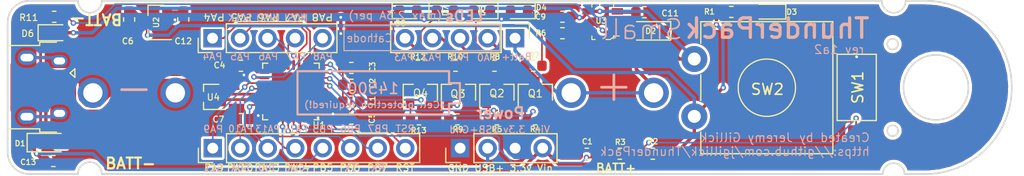
<source format=kicad_pcb>
(kicad_pcb (version 20171130) (host pcbnew "(5.1.5-0-10_14)")
  (layers (0 F.Cu signal) (31 B.Cu signal) (34 B.Paste user) (35 F.Paste user) (36 B.SilkS user) (37 F.SilkS user) (38 B.Mask user) (39 F.Mask user) (44 Edge.Cuts user))
  (net 0 "")
  (net 1 /BUTTON)
  (net 2 GND)
  (net 3 +3V3)
  (net 4 +BATT)
  (net 5 /VIN)
  (net 6 /VUSB)
  (net 7 "Net-(D3-Pad2)")
  (net 8 "Net-(D4-Pad1)")
  (net 9 "Net-(D5-Pad1)")
  (net 10 "Net-(D6-Pad1)")
  (net 11 "Net-(D7-Pad1)")
  (net 12 "Net-(D8-Pad1)")
  (net 13 /RESET)
  (net 14 /PB7)
  (net 15 /PB6)
  (net 16 /PA10)
  (net 17 /PA9)
  (net 18 /PA8)
  (net 19 /PA7)
  (net 20 /PA6)
  (net 21 /PA5)
  (net 22 /PA4)
  (net 23 /USB_D-)
  (net 24 /USB_D+)
  (net 25 "Net-(J6-Pad2)")
  (net 26 "Net-(J6-Pad3)")
  (net 27 "Net-(J6-Pad4)")
  (net 28 "Net-(J6-Pad5)")
  (net 29 /LED1)
  (net 30 /LED2)
  (net 31 /LED3)
  (net 32 /LED4)
  (net 33 "Net-(R2-Pad1)")
  (net 34 "Net-(R6-Pad1)")
  (net 35 "Net-(C2-Pad1)")
  (net 36 "Net-(D1-Pad2)")
  (net 37 /PB5)
  (net 38 /PA13)
  (net 39 /PA14)
  (net 40 "Net-(R11-Pad2)")
  (net 41 "Net-(J4-Pad4)")
  (net 42 "Net-(U1-Pad15)")
  (net 43 "Net-(U1-Pad14)")
  (net 44 "Net-(U1-Pad2)")
  (net 45 "Net-(U1-Pad1)")
  (module BatteryClips:MDP_BK-82_14500 (layer F.Cu) (at 91.875 100.5)
    (fp_text reference J2 hide)
    (fp_text value Battery hide)
    (fp_text user "(Cell protection required!)" (at 0.1 1.1) (layer B.SilkS) (effects (font (size 0.6 0.65) (thickness 0.1)) (justify mirror)))
    (fp_text user 14500 (at -0.025 -0.4) (layer B.SilkS) (effects (justify mirror)))
    (pad 2 thru_hole circle (at -18.28 0) (size 2.8 2.8) (drill 1.78) (layers *.Cu *.Mask) (net 2 GND))
    (pad 2 thru_hole circle (at -25.9 0) (size 2.8 2.8) (drill 1.78) (layers *.Cu *.Mask) (net 2 GND))
    (pad 1 thru_hole circle (at 25.9 0) (size 2.8 2.8) (drill 1.78) (layers *.Cu *.Mask) (net 4 +BATT))
    (pad 1 thru_hole circle (at 18.28 0) (size 2.8 2.8) (drill 1.78) (layers *.Cu *.Mask) (net 4 +BATT))
  )
  (module Symbol:OSHW-Symbol_6.7x6mm_SilkScreen (layer B.Cu) (at 127.8 99.725 180)
    (fp_text reference REF** hide)
    (fp_text value OSHW-Symbol_6.7x6mm_SilkScreen hide)
  )
  (module digikey-footprints:SOT-753 (layer F.Cu) (at 113.07 93.925 90)
    (fp_text reference U3 (at 0.075 -0.15 180) (layer F.SilkS) (effects (font (size 0.5 0.5) (thickness 0.1))))
    (fp_text value MCP73831T-2ACI_OT)
    (pad 5 smd rect (at -0.95 -1.35 90) (size 0.6 1.05) (layers F.Cu F.Paste F.Mask) (net 34 "Net-(R6-Pad1)"))
    (pad 4 smd rect (at 0.95 -1.35 90) (size 0.6 1.05) (layers F.Cu F.Paste F.Mask) (net 6 /VUSB))
    (pad 3 smd rect (at 0.95 1.35 90) (size 0.6 1.05) (layers F.Cu F.Paste F.Mask) (net 4 +BATT))
    (pad 2 smd rect (at 0 1.35 90) (size 0.6 1.05) (layers F.Cu F.Paste F.Mask) (net 2 GND))
    (pad 1 smd rect (at -0.95 1.35 90) (size 0.6 1.05) (layers F.Cu F.Paste F.Mask) (net 40 "Net-(R11-Pad2)"))
  )
  (module Package_DFN_QFN:QFN-32-1EP_5x5mm_P0.5mm_EP3.45x3.45mm (layer F.Cu) (at 84.27 100.375 180)
    (fp_text reference U1 (at -2.6 -3.125) (layer F.SilkS) (effects (font (size 0.6 0.6) (thickness 0.1))))
    (fp_text value STM32L072KZUx)
    (pad 32 smd roundrect (at -1.75 -2.4375 180) (size 0.25 0.875) (layers F.Cu F.Paste F.Mask) (net 3 +3V3))
    (pad 31 smd roundrect (at -1.25 -2.4375 180) (size 0.25 0.875) (layers F.Cu F.Paste F.Mask) (net 2 GND))
    (pad 30 smd roundrect (at -0.75 -2.4375 180) (size 0.25 0.875) (layers F.Cu F.Paste F.Mask) (net 1 /BUTTON))
    (pad 29 smd roundrect (at -0.25 -2.4375 180) (size 0.25 0.875) (layers F.Cu F.Paste F.Mask) (net 14 /PB7))
    (pad 28 smd roundrect (at 0.25 -2.4375 180) (size 0.25 0.875) (layers F.Cu F.Paste F.Mask) (net 15 /PB6))
    (pad 27 smd roundrect (at 0.75 -2.4375 180) (size 0.25 0.875) (layers F.Cu F.Paste F.Mask) (net 37 /PB5))
    (pad 26 smd roundrect (at 1.25 -2.4375 180) (size 0.25 0.875) (layers F.Cu F.Paste F.Mask) (net 1 /BUTTON))
    (pad 25 smd roundrect (at 1.75 -2.4375 180) (size 0.25 0.875) (layers F.Cu F.Paste F.Mask) (net 39 /PA14))
    (pad 24 smd roundrect (at 2.4375 -1.75 180) (size 0.875 0.25) (layers F.Cu F.Paste F.Mask) (net 3 +3V3))
    (pad 23 smd roundrect (at 2.4375 -1.25 180) (size 0.875 0.25) (layers F.Cu F.Paste F.Mask) (net 38 /PA13))
    (pad 22 smd roundrect (at 2.4375 -0.75 180) (size 0.875 0.25) (layers F.Cu F.Paste F.Mask) (net 24 /USB_D+))
    (pad 21 smd roundrect (at 2.4375 -0.25 180) (size 0.875 0.25) (layers F.Cu F.Paste F.Mask) (net 23 /USB_D-))
    (pad 20 smd roundrect (at 2.4375 0.25 180) (size 0.875 0.25) (layers F.Cu F.Paste F.Mask) (net 16 /PA10))
    (pad 19 smd roundrect (at 2.4375 0.75 180) (size 0.875 0.25) (layers F.Cu F.Paste F.Mask) (net 17 /PA9))
    (pad 18 smd roundrect (at 2.4375 1.25 180) (size 0.875 0.25) (layers F.Cu F.Paste F.Mask) (net 18 /PA8))
    (pad 17 smd roundrect (at 2.4375 1.75 180) (size 0.875 0.25) (layers F.Cu F.Paste F.Mask) (net 3 +3V3))
    (pad 16 smd roundrect (at 1.75 2.4375 180) (size 0.25 0.875) (layers F.Cu F.Paste F.Mask) (net 2 GND))
    (pad 15 smd roundrect (at 1.25 2.4375 180) (size 0.25 0.875) (layers F.Cu F.Paste F.Mask) (net 42 "Net-(U1-Pad15)"))
    (pad 14 smd roundrect (at 0.75 2.4375 180) (size 0.25 0.875) (layers F.Cu F.Paste F.Mask) (net 43 "Net-(U1-Pad14)"))
    (pad 13 smd roundrect (at 0.25 2.4375 180) (size 0.25 0.875) (layers F.Cu F.Paste F.Mask) (net 19 /PA7))
    (pad 12 smd roundrect (at -0.25 2.4375 180) (size 0.25 0.875) (layers F.Cu F.Paste F.Mask) (net 20 /PA6))
    (pad 11 smd roundrect (at -0.75 2.4375 180) (size 0.25 0.875) (layers F.Cu F.Paste F.Mask) (net 21 /PA5))
    (pad 10 smd roundrect (at -1.25 2.4375 180) (size 0.25 0.875) (layers F.Cu F.Paste F.Mask) (net 22 /PA4))
    (pad 9 smd roundrect (at -1.75 2.4375 180) (size 0.25 0.875) (layers F.Cu F.Paste F.Mask) (net 32 /LED4))
    (pad 8 smd roundrect (at -2.4375 1.75 180) (size 0.875 0.25) (layers F.Cu F.Paste F.Mask) (net 31 /LED3))
    (pad 7 smd roundrect (at -2.4375 1.25 180) (size 0.875 0.25) (layers F.Cu F.Paste F.Mask) (net 30 /LED2))
    (pad 6 smd roundrect (at -2.4375 0.75 180) (size 0.875 0.25) (layers F.Cu F.Paste F.Mask) (net 29 /LED1))
    (pad 5 smd roundrect (at -2.4375 0.25 180) (size 0.875 0.25) (layers F.Cu F.Paste F.Mask) (net 35 "Net-(C2-Pad1)"))
    (pad 4 smd roundrect (at -2.4375 -0.25 180) (size 0.875 0.25) (layers F.Cu F.Paste F.Mask) (net 2 GND))
    (pad 3 smd roundrect (at -2.4375 -0.75 180) (size 0.875 0.25) (layers F.Cu F.Paste F.Mask) (net 13 /RESET))
    (pad 2 smd roundrect (at -2.4375 -1.25 180) (size 0.875 0.25) (layers F.Cu F.Paste F.Mask) (net 44 "Net-(U1-Pad2)"))
    (pad 1 smd roundrect (at -2.4375 -1.75 180) (size 0.875 0.25) (layers F.Cu F.Paste F.Mask) (net 45 "Net-(U1-Pad1)"))
    (pad 33 smd roundrect (at 0 0 180) (size 3.45 3.45) (layers F.Cu F.Mask) (roundrect_rratio 0.072464) (net 2 GND))
  )
  (module Resistor_SMD:R_0603_1608Metric (layer F.Cu) (at 109.35 94.995 180)
    (fp_text reference R6 (at 2 0.02) (layer F.SilkS) (effects (font (size 0.5 0.5) (thickness 0.1))))
    (fp_text value 675)
    (pad 2 smd roundrect (at 0.7875 0 180) (size 0.875 0.95) (layers F.Cu F.Paste F.Mask) (net 2 GND))
    (pad 1 smd roundrect (at -0.7875 0 180) (size 0.875 0.95) (layers F.Cu F.Paste F.Mask) (net 34 "Net-(R6-Pad1)"))
  )
  (module LED_SMD:LED_0603_1608Metric (layer F.Cu) (at 62.4 94.95)
    (fp_text reference D6 (at -2.45 0.075) (layer F.SilkS) (effects (font (size 0.6 0.6) (thickness 0.1))))
    (fp_text value LED)
    (pad 2 smd roundrect (at 0.7875 0) (size 0.875 0.95) (layers F.Cu F.Paste F.Mask) (net 6 /VUSB))
    (pad 1 smd roundrect (at -0.7875 0) (size 0.875 0.95) (layers F.Cu F.Paste F.Mask) (net 10 "Net-(D6-Pad1)"))
  )
  (module Resistor_SMD:R_0603_1608Metric (layer F.Cu) (at 62.4 93.475)
    (fp_text reference R11 (at -2.35 0.075) (layer F.SilkS) (effects (font (size 0.6 0.6) (thickness 0.1))))
    (fp_text value 330)
    (pad 2 smd roundrect (at 0.7875 0) (size 0.875 0.95) (layers F.Cu F.Paste F.Mask) (net 40 "Net-(R11-Pad2)"))
    (pad 1 smd roundrect (at -0.7875 0) (size 0.875 0.95) (layers F.Cu F.Paste F.Mask) (net 10 "Net-(D6-Pad1)"))
  )
  (module Capacitor_SMD:C_0603_1608Metric (layer F.Cu) (at 116.925 93.05)
    (fp_text reference C11 (at 2.375 0.1) (layer F.SilkS) (effects (font (size 0.55 0.55) (thickness 0.1))))
    (fp_text value 4.7uF)
    (pad 1 smd roundrect (at -0.7875 0) (size 0.875 0.95) (layers F.Cu F.Paste F.Mask) (net 4 +BATT))
    (pad 2 smd roundrect (at 0.7875 0) (size 0.875 0.95) (layers F.Cu F.Paste F.Mask) (net 2 GND))
  )
  (module Capacitor_SMD:C_0603_1608Metric (layer F.Cu) (at 109.35 93.47 180)
    (fp_text reference C9 (at 2.025 -0.005) (layer F.SilkS) (effects (font (size 0.5 0.5) (thickness 0.1))))
    (fp_text value 4.7uF)
    (pad 1 smd roundrect (at -0.7875 0 180) (size 0.875 0.95) (layers F.Cu F.Paste F.Mask) (net 6 /VUSB))
    (pad 2 smd roundrect (at 0.7875 0 180) (size 0.875 0.95) (layers F.Cu F.Paste F.Mask) (net 2 GND))
  )
  (module Package_TO_SOT_SMD:SOT-323_SC-70 (layer F.Cu) (at 76.925 100.875 180)
    (fp_text reference U4 (at -0.18 -0.025) (layer F.SilkS) (effects (font (size 0.6 0.6) (thickness 0.1))))
    (fp_text value ESD7002WTT1G)
    (pad 1 smd rect (at -1 -0.65 90) (size 0.45 0.7) (layers F.Cu F.Paste F.Mask) (net 24 /USB_D+))
    (pad 2 smd rect (at -1 0.65 90) (size 0.45 0.7) (layers F.Cu F.Paste F.Mask) (net 23 /USB_D-))
    (pad 3 smd rect (at 1 0 90) (size 0.45 0.7) (layers F.Cu F.Paste F.Mask) (net 2 GND))
  )
  (module Capacitor_SMD:C_0603_1608Metric (layer F.Cu) (at 62.325 106.8 180)
    (fp_text reference C13 (at 2.325 -0.1) (layer F.SilkS) (effects (font (size 0.5 0.5) (thickness 0.1))))
    (fp_text value 1uf)
    (pad 2 smd roundrect (at 0.7875 0 180) (size 0.875 0.95) (layers F.Cu F.Paste F.Mask) (net 6 /VUSB))
    (pad 1 smd roundrect (at -0.7875 0 180) (size 0.875 0.95) (layers F.Cu F.Paste F.Mask) (net 2 GND))
  )
  (module Capacitor_SMD:C_0603_1608Metric (layer F.Cu) (at 74.325 93.725 270)
    (fp_text reference C12 (at 2 0 180) (layer F.SilkS) (effects (font (size 0.55 0.55) (thickness 0.1))))
    (fp_text value 2.2uF)
    (pad 2 smd roundrect (at 0.7875 0 270) (size 0.875 0.95) (layers F.Cu F.Paste F.Mask) (net 2 GND))
    (pad 1 smd roundrect (at -0.7875 0 270) (size 0.875 0.95) (layers F.Cu F.Paste F.Mask) (net 3 +3V3))
  )
  (module Capacitor_SMD:C_0603_1608Metric (layer F.Cu) (at 69.325 93.725 270)
    (fp_text reference C6 (at 2 0.125 180) (layer F.SilkS) (effects (font (size 0.55 0.55) (thickness 0.1))))
    (fp_text value 1uf)
    (pad 2 smd roundrect (at 0.7875 0 270) (size 0.875 0.95) (layers F.Cu F.Paste F.Mask) (net 2 GND))
    (pad 1 smd roundrect (at -0.7875 0 270) (size 0.875 0.95) (layers F.Cu F.Paste F.Mask) (net 5 /VIN))
  )
  (module Connector_PinHeader_2.54mm:PinHeader_1x08_P2.54mm_Vertical (layer F.Cu) (at 77.05 105.61 90)
    (fp_text reference J7 hide)
    (fp_text value GPIO)
    (pad 8 thru_hole oval (at 0 17.78 90) (size 1.7 1.7) (drill 1) (layers *.Cu *.Mask) (net 13 /RESET))
    (pad 7 thru_hole oval (at 0 15.24 90) (size 1.7 1.7) (drill 1) (layers *.Cu *.Mask) (net 14 /PB7))
    (pad 6 thru_hole oval (at 0 12.7 90) (size 1.7 1.7) (drill 1) (layers *.Cu *.Mask) (net 15 /PB6))
    (pad 5 thru_hole oval (at 0 10.16 90) (size 1.7 1.7) (drill 1) (layers *.Cu *.Mask) (net 37 /PB5))
    (pad 4 thru_hole oval (at 0 7.62 90) (size 1.7 1.7) (drill 1) (layers *.Cu *.Mask) (net 39 /PA14))
    (pad 3 thru_hole oval (at 0 5.08 90) (size 1.7 1.7) (drill 1) (layers *.Cu *.Mask) (net 38 /PA13))
    (pad 2 thru_hole oval (at 0 2.54 90) (size 1.7 1.7) (drill 1) (layers *.Cu *.Mask) (net 16 /PA10))
    (pad 1 thru_hole rect (at 0 0 90) (size 1.7 1.7) (drill 1) (layers *.Cu *.Mask) (net 17 /PA9))
  )
  (module Connector_PinHeader_2.54mm:PinHeader_1x04_P2.54mm_Vertical (layer F.Cu) (at 99.9 105.61 90)
    (fp_text reference J5 hide)
    (fp_text value Power)
    (pad 1 thru_hole rect (at 0 0 90) (size 1.7 1.7) (drill 1) (layers *.Cu *.Mask) (net 2 GND))
    (pad 2 thru_hole oval (at 0 2.54 90) (size 1.7 1.7) (drill 1) (layers *.Cu *.Mask) (net 6 /VUSB))
    (pad 3 thru_hole oval (at 0 5.08 90) (size 1.7 1.7) (drill 1) (layers *.Cu *.Mask) (net 3 +3V3))
    (pad 4 thru_hole oval (at 0 7.62 90) (size 1.7 1.7) (drill 1) (layers *.Cu *.Mask) (net 5 /VIN))
  )
  (module Capacitor_SMD:C_0603_1608Metric (layer F.Cu) (at 79.65 98 180)
    (fp_text reference C4 (at 1.975 0.05) (layer F.SilkS) (effects (font (size 0.55 0.55) (thickness 0.1))))
    (fp_text value 100nf)
    (pad 1 smd roundrect (at -0.7875 0 180) (size 0.875 0.95) (layers F.Cu F.Paste F.Mask) (net 3 +3V3))
    (pad 2 smd roundrect (at 0.7875 0 180) (size 0.875 0.95) (layers F.Cu F.Paste F.Mask) (net 2 GND))
  )
  (module Capacitor_SMD:C_0603_1608Metric (layer F.Cu) (at 79.65 102.925 180)
    (fp_text reference C7 (at 2.075 -0.025 180) (layer F.SilkS) (effects (font (size 0.55 0.55) (thickness 0.1))))
    (fp_text value 4.7uF)
    (pad 2 smd roundrect (at 0.7875 0 180) (size 0.875 0.95) (layers F.Cu F.Paste F.Mask) (net 2 GND))
    (pad 1 smd roundrect (at -0.7875 0 180) (size 0.875 0.95) (layers F.Cu F.Paste F.Mask) (net 3 +3V3))
  )
  (module Package_TO_SOT_SMD:SOT-23 (layer F.Cu) (at 71.825 94 180)
    (fp_text reference U2 (at 0 0 90) (layer F.SilkS) (effects (font (size 0.5 0.5) (thickness 0.1))))
    (fp_text value AP2210N-3.3TRG1)
    (pad 1 smd rect (at -1 -0.95 180) (size 0.9 0.8) (layers F.Cu F.Paste F.Mask) (net 2 GND))
    (pad 2 smd rect (at -1 0.95 180) (size 0.9 0.8) (layers F.Cu F.Paste F.Mask) (net 3 +3V3))
    (pad 3 smd rect (at 1 0 180) (size 0.9 0.8) (layers F.Cu F.Paste F.Mask) (net 5 /VIN))
  )
  (module Jeremy:USB_Micro-B_Amphenol_10103594-0001LF_Horizontal (layer F.Cu) (at 61 100 270)
    (fp_text reference J4 hide)
    (fp_text value USB_B_Micro)
    (pad 6 smd rect (at 0 1.385) (size 2.5 4.4) (layers F.Cu F.Paste F.Mask) (net 2 GND))
    (pad 6 thru_hole oval (at 2.705 1.115) (size 1.7 1.35) (drill oval 1.2 0.7) (layers *.Cu *.Mask) (net 2 GND))
    (pad 6 thru_hole oval (at -2.755 1.115) (size 1.7 1.35) (drill oval 1.2 0.7) (layers *.Cu *.Mask) (net 2 GND))
    (pad 6 thru_hole oval (at 2.395 -1.885) (size 1.5 1.1) (drill oval 1.05 0.65) (layers *.Cu *.Mask) (net 2 GND))
    (pad 6 thru_hole oval (at -2.445 -1.885) (size 1.5 1.1) (drill oval 1.05 0.65) (layers *.Cu *.Mask) (net 2 GND))
    (pad 5 smd rect (at 1.275 -1.765) (size 1.65 0.4) (layers F.Cu F.Paste F.Mask) (net 2 GND))
    (pad 4 smd rect (at 0.625 -1.765) (size 1.65 0.4) (layers F.Cu F.Paste F.Mask) (net 41 "Net-(J4-Pad4)"))
    (pad 3 smd rect (at -0.025 -1.765) (size 1.65 0.4) (layers F.Cu F.Paste F.Mask) (net 24 /USB_D+))
    (pad 2 smd rect (at -0.675 -1.765) (size 1.65 0.4) (layers F.Cu F.Paste F.Mask) (net 23 /USB_D-))
    (pad 1 smd rect (at -1.325 -1.765) (size 1.65 0.4) (layers F.Cu F.Paste F.Mask) (net 36 "Net-(D1-Pad2)"))
    (pad 6 smd rect (at 2.875 -1.885 270) (size 2 1.5) (layers F.Cu F.Paste F.Mask) (net 2 GND))
    (pad 6 smd rect (at -2.875 -1.865 270) (size 2 1.5) (layers F.Cu F.Paste F.Mask) (net 2 GND))
  )
  (module Button_Switch_THT:SW_CW_GPTS203211B (layer F.Cu) (at 121.53 97.375)
    (fp_text reference SW2 (at 6.75 2.8) (layer F.SilkS))
    (fp_text value Power)
    (pad 2 thru_hole circle (at 0 5.3) (size 2.4 2.4) (drill 1.2) (layers *.Cu *.Mask) (net 5 /VIN))
    (pad 1 thru_hole circle (at 0 0) (size 2.4 2.4) (drill 1.2) (layers *.Cu *.Mask) (net 6 /VUSB))
  )
  (module Button_Switch_SMD:SW_SPST_FSMSM (layer F.Cu) (at 136.53 100 270)
    (fp_text reference SW1 (at 0 -0.1 90) (layer F.SilkS))
    (fp_text value Mode)
    (pad 2 smd rect (at 4.59 0 270) (size 2.18 1.6) (layers F.Cu F.Paste F.Mask) (net 33 "Net-(R2-Pad1)"))
    (pad 1 smd rect (at -4.59 0 270) (size 2.18 1.6) (layers F.Cu F.Paste F.Mask) (net 3 +3V3))
  )
  (module Diode_SMD:D_SOD-323_HandSoldering (layer F.Cu) (at 61.8 105.1)
    (fp_text reference D1 (at -2.55 0.075) (layer F.SilkS) (effects (font (size 0.5 0.5) (thickness 0.1))))
    (fp_text value 20V2A)
    (pad 2 smd rect (at 1.25 0) (size 1 1) (layers F.Cu F.Paste F.Mask) (net 36 "Net-(D1-Pad2)"))
    (pad 1 smd rect (at -1.25 0) (size 1 1) (layers F.Cu F.Paste F.Mask) (net 6 /VUSB))
  )
  (module Diode_SMD:D_SOD-323_HandSoldering (layer F.Cu) (at 117.45 94.775 180)
    (fp_text reference D2 (at -0.05 -0.025) (layer F.SilkS) (effects (font (size 0.5 0.5) (thickness 0.1))))
    (fp_text value 20V2A)
    (pad 1 smd rect (at -1.25 0 180) (size 1 1) (layers F.Cu F.Paste F.Mask) (net 6 /VUSB))
    (pad 2 smd rect (at 1.25 0 180) (size 1 1) (layers F.Cu F.Paste F.Mask) (net 4 +BATT))
  )
  (module LED_SMD:LED_0603_1608Metric (layer F.Cu) (at 95.105 92.915)
    (fp_text reference D8 (at -0.71 1.16) (layer F.SilkS) (effects (font (size 0.5 0.5) (thickness 0.1))))
    (fp_text value LED)
    (pad 1 smd roundrect (at -0.7875 0) (size 0.875 0.95) (layers F.Cu F.Paste F.Mask) (net 12 "Net-(D8-Pad1)"))
    (pad 2 smd roundrect (at 0.7875 0) (size 0.875 0.95) (layers F.Cu F.Paste F.Mask) (net 3 +3V3))
  )
  (module LED_SMD:LED_0603_1608Metric (layer F.Cu) (at 98.505 92.915)
    (fp_text reference D7 (at 0.04 0.01 90) (layer F.SilkS) (effects (font (size 0.5 0.5) (thickness 0.1))))
    (fp_text value LED)
    (pad 2 smd roundrect (at 0.7875 0) (size 0.875 0.95) (layers F.Cu F.Paste F.Mask) (net 3 +3V3))
    (pad 1 smd roundrect (at -0.7875 0) (size 0.875 0.95) (layers F.Cu F.Paste F.Mask) (net 11 "Net-(D7-Pad1)"))
  )
  (module LED_SMD:LED_0603_1608Metric (layer F.Cu) (at 101.905 92.915 180)
    (fp_text reference D5 (at -0.04 -0.01 90) (layer F.SilkS) (effects (font (size 0.5 0.5) (thickness 0.1))))
    (fp_text value LED)
    (pad 1 smd roundrect (at -0.7875 0 180) (size 0.875 0.95) (layers F.Cu F.Paste F.Mask) (net 9 "Net-(D5-Pad1)"))
    (pad 2 smd roundrect (at 0.7875 0 180) (size 0.875 0.95) (layers F.Cu F.Paste F.Mask) (net 3 +3V3))
  )
  (module LED_SMD:LED_0603_1608Metric (layer F.Cu) (at 105.345 92.915 180)
    (fp_text reference D4 (at -2.055 0.29) (layer F.SilkS) (effects (font (size 0.5 0.5) (thickness 0.1))))
    (fp_text value LED)
    (pad 1 smd roundrect (at -0.7875 0 180) (size 0.875 0.95) (layers F.Cu F.Paste F.Mask) (net 8 "Net-(D4-Pad1)"))
    (pad 2 smd roundrect (at 0.7875 0 180) (size 0.875 0.95) (layers F.Cu F.Paste F.Mask) (net 3 +3V3))
  )
  (module Inductor_SMD:L_0603_1608Metric (layer F.Cu) (at 89.85 101.305)
    (fp_text reference L1 (at 1.95 -0.075 90) (layer F.SilkS) (effects (font (size 0.5 0.5) (thickness 0.1))))
    (fp_text value Bead)
    (pad 2 smd roundrect (at 0.7875 0) (size 0.875 0.95) (layers F.Cu F.Paste F.Mask) (net 3 +3V3))
    (pad 1 smd roundrect (at -0.7875 0) (size 0.875 0.95) (layers F.Cu F.Paste F.Mask) (net 35 "Net-(C2-Pad1)"))
  )
  (module Resistor_SMD:R_0603_1608Metric (layer F.Cu) (at 124.95 93.025 180)
    (fp_text reference R1 (at 2.025 0.025 180) (layer F.SilkS) (effects (font (size 0.5 0.5) (thickness 0.1))))
    (fp_text value 270)
    (pad 2 smd roundrect (at 0.7875 0 180) (size 0.875 0.95) (layers F.Cu F.Paste F.Mask) (net 5 /VIN))
    (pad 1 smd roundrect (at -0.7875 0 180) (size 0.875 0.95) (layers F.Cu F.Paste F.Mask) (net 7 "Net-(D3-Pad2)"))
  )
  (module Resistor_SMD:R_0603_1608Metric (layer F.Cu) (at 117.695 106.125)
    (fp_text reference R2 (at 0 -1.125) (layer F.SilkS) (effects (font (size 0.5 0.5) (thickness 0.1))))
    (fp_text value 20K)
    (pad 1 smd roundrect (at -0.7875 0) (size 0.875 0.95) (layers F.Cu F.Paste F.Mask) (net 33 "Net-(R2-Pad1)"))
    (pad 2 smd roundrect (at 0.7875 0) (size 0.875 0.95) (layers F.Cu F.Paste F.Mask) (net 2 GND))
  )
  (module Resistor_SMD:R_0603_1608Metric (layer F.Cu) (at 114.645 106.125 180)
    (fp_text reference R3 (at -0.05 1.075 180) (layer F.SilkS) (effects (font (size 0.5 0.5) (thickness 0.1))))
    (fp_text value 330)
    (pad 2 smd roundrect (at 0.7875 0 180) (size 0.875 0.95) (layers F.Cu F.Paste F.Mask) (net 1 /BUTTON))
    (pad 1 smd roundrect (at -0.7875 0 180) (size 0.875 0.95) (layers F.Cu F.Paste F.Mask) (net 33 "Net-(R2-Pad1)"))
  )
  (module Resistor_SMD:R_0603_1608Metric (layer F.Cu) (at 106.82 102.95)
    (fp_text reference R4 (at 0.025 0.9 180) (layer F.SilkS) (effects (font (size 0.5 0.5) (thickness 0.1))))
    (fp_text value 20k)
    (pad 2 smd roundrect (at 0.7875 0) (size 0.875 0.95) (layers F.Cu F.Paste F.Mask) (net 2 GND))
    (pad 1 smd roundrect (at -0.7875 0) (size 0.875 0.95) (layers F.Cu F.Paste F.Mask) (net 29 /LED1))
  )
  (module Resistor_SMD:R_0603_1608Metric (layer F.Cu) (at 103.295 102.95)
    (fp_text reference R5 (at 0 0.925 180) (layer F.SilkS) (effects (font (size 0.5 0.5) (thickness 0.1))))
    (fp_text value 20k)
    (pad 2 smd roundrect (at 0.7875 0) (size 0.875 0.95) (layers F.Cu F.Paste F.Mask) (net 2 GND))
    (pad 1 smd roundrect (at -0.7875 0) (size 0.875 0.95) (layers F.Cu F.Paste F.Mask) (net 30 /LED2))
  )
  (module Resistor_SMD:R_0603_1608Metric (layer F.Cu) (at 106.67 98 180)
    (fp_text reference R7 (at -0.075 0.975) (layer F.SilkS) (effects (font (size 0.5 0.5) (thickness 0.1))))
    (fp_text value 270)
    (pad 2 smd roundrect (at 0.7875 0 180) (size 0.875 0.95) (layers F.Cu F.Paste F.Mask) (net 25 "Net-(J6-Pad2)"))
    (pad 1 smd roundrect (at -0.7875 0 180) (size 0.875 0.95) (layers F.Cu F.Paste F.Mask) (net 8 "Net-(D4-Pad1)"))
  )
  (module Resistor_SMD:R_0603_1608Metric (layer F.Cu) (at 103.07 98 180)
    (fp_text reference R8 (at -0.025 0.825) (layer F.SilkS) (effects (font (size 0.5 0.5) (thickness 0.1))))
    (fp_text value 270)
    (pad 2 smd roundrect (at 0.7875 0 180) (size 0.875 0.95) (layers F.Cu F.Paste F.Mask) (net 26 "Net-(J6-Pad3)"))
    (pad 1 smd roundrect (at -0.7875 0 180) (size 0.875 0.95) (layers F.Cu F.Paste F.Mask) (net 9 "Net-(D5-Pad1)"))
  )
  (module Resistor_SMD:R_0603_1608Metric (layer F.Cu) (at 99.645 102.95)
    (fp_text reference R9 (at 0.05 0.925 180) (layer F.SilkS) (effects (font (size 0.5 0.5) (thickness 0.1))))
    (fp_text value 20k)
    (pad 2 smd roundrect (at 0.7875 0) (size 0.875 0.95) (layers F.Cu F.Paste F.Mask) (net 2 GND))
    (pad 1 smd roundrect (at -0.7875 0) (size 0.875 0.95) (layers F.Cu F.Paste F.Mask) (net 31 /LED3))
  )
  (module Resistor_SMD:R_0603_1608Metric (layer F.Cu) (at 99.47 98)
    (fp_text reference R10 (at -0.025 -0.825) (layer F.SilkS) (effects (font (size 0.5 0.5) (thickness 0.1))))
    (fp_text value 270)
    (pad 2 smd roundrect (at 0.7875 0) (size 0.875 0.95) (layers F.Cu F.Paste F.Mask) (net 27 "Net-(J6-Pad4)"))
    (pad 1 smd roundrect (at -0.7875 0) (size 0.875 0.95) (layers F.Cu F.Paste F.Mask) (net 11 "Net-(D7-Pad1)"))
  )
  (module Resistor_SMD:R_0603_1608Metric (layer F.Cu) (at 95.995 98)
    (fp_text reference R12 (at 0 -0.825 180) (layer F.SilkS) (effects (font (size 0.5 0.5) (thickness 0.1))))
    (fp_text value 270)
    (pad 2 smd roundrect (at 0.7875 0) (size 0.875 0.95) (layers F.Cu F.Paste F.Mask) (net 28 "Net-(J6-Pad5)"))
    (pad 1 smd roundrect (at -0.7875 0) (size 0.875 0.95) (layers F.Cu F.Paste F.Mask) (net 12 "Net-(D8-Pad1)"))
  )
  (module Resistor_SMD:R_0603_1608Metric (layer F.Cu) (at 96.095 102.95)
    (fp_text reference R13 (at -0.025 1.025 -180) (layer F.SilkS) (effects (font (size 0.5 0.5) (thickness 0.1))))
    (fp_text value 20k)
    (pad 2 smd roundrect (at 0.7875 0) (size 0.875 0.95) (layers F.Cu F.Paste F.Mask) (net 2 GND))
    (pad 1 smd roundrect (at -0.7875 0) (size 0.875 0.95) (layers F.Cu F.Paste F.Mask) (net 32 /LED4))
  )
  (module Capacitor_SMD:C_0603_1608Metric (layer F.Cu) (at 111.595 106.125 180)
    (fp_text reference C1 (at -0.05 1.125 180) (layer F.SilkS) (effects (font (size 0.5 0.5) (thickness 0.1))))
    (fp_text value 100nF)
    (pad 1 smd roundrect (at -0.7875 0 180) (size 0.875 0.95) (layers F.Cu F.Paste F.Mask) (net 1 /BUTTON))
    (pad 2 smd roundrect (at 0.7875 0 180) (size 0.875 0.95) (layers F.Cu F.Paste F.Mask) (net 2 GND))
  )
  (module Capacitor_SMD:C_0603_1608Metric (layer F.Cu) (at 89.85 99.755)
    (fp_text reference C2 (at 1.95 -0.125 90) (layer F.SilkS) (effects (font (size 0.5 0.5) (thickness 0.1))))
    (fp_text value 1uf)
    (pad 2 smd roundrect (at 0.7875 0) (size 0.875 0.95) (layers F.Cu F.Paste F.Mask) (net 2 GND))
    (pad 1 smd roundrect (at -0.7875 0) (size 0.875 0.95) (layers F.Cu F.Paste F.Mask) (net 35 "Net-(C2-Pad1)"))
  )
  (module Capacitor_SMD:C_0603_1608Metric (layer F.Cu) (at 89.85 98.2)
    (fp_text reference C3 (at 1.95 -0.075 90) (layer F.SilkS) (effects (font (size 0.5 0.5) (thickness 0.1))))
    (fp_text value 10nf)
    (pad 2 smd roundrect (at 0.7875 0) (size 0.875 0.95) (layers F.Cu F.Paste F.Mask) (net 2 GND))
    (pad 1 smd roundrect (at -0.7875 0) (size 0.875 0.95) (layers F.Cu F.Paste F.Mask) (net 35 "Net-(C2-Pad1)"))
  )
  (module Capacitor_SMD:C_0603_1608Metric (layer F.Cu) (at 89.85 102.88)
    (fp_text reference C5 (at 1.9 -0.03 270) (layer F.SilkS) (effects (font (size 0.5 0.5) (thickness 0.1))))
    (fp_text value 100nf)
    (pad 1 smd roundrect (at -0.7875 0) (size 0.875 0.95) (layers F.Cu F.Paste F.Mask) (net 3 +3V3))
    (pad 2 smd roundrect (at 0.7875 0) (size 0.875 0.95) (layers F.Cu F.Paste F.Mask) (net 2 GND))
  )
  (module Package_TO_SOT_SMD:SOT-23 (layer F.Cu) (at 106.845 100.47 90)
    (fp_text reference Q1 (at -0.1 0 180) (layer F.SilkS) (effects (font (size 0.7 0.7) (thickness 0.1))))
    (fp_text value BSS806N)
    (pad 3 smd rect (at 1 0 90) (size 0.9 0.8) (layers F.Cu F.Paste F.Mask) (net 25 "Net-(J6-Pad2)"))
    (pad 2 smd rect (at -1 0.95 90) (size 0.9 0.8) (layers F.Cu F.Paste F.Mask) (net 2 GND))
    (pad 1 smd rect (at -1 -0.95 90) (size 0.9 0.8) (layers F.Cu F.Paste F.Mask) (net 29 /LED1))
  )
  (module Package_TO_SOT_SMD:SOT-23 (layer F.Cu) (at 99.745 100.475 90)
    (fp_text reference Q3 (at -0.125 -0.05 180) (layer F.SilkS) (effects (font (size 0.7 0.7) (thickness 0.1))))
    (fp_text value BSS806N)
    (pad 3 smd rect (at 1 0 90) (size 0.9 0.8) (layers F.Cu F.Paste F.Mask) (net 27 "Net-(J6-Pad4)"))
    (pad 2 smd rect (at -1 0.95 90) (size 0.9 0.8) (layers F.Cu F.Paste F.Mask) (net 2 GND))
    (pad 1 smd rect (at -1 -0.95 90) (size 0.9 0.8) (layers F.Cu F.Paste F.Mask) (net 31 /LED3))
  )
  (module Package_TO_SOT_SMD:SOT-23 (layer F.Cu) (at 96.22 100.475 90)
    (fp_text reference Q4 (at -0.05 0.025) (layer F.SilkS) (effects (font (size 0.7 0.7) (thickness 0.1))))
    (fp_text value BSS806N)
    (pad 3 smd rect (at 1 0 90) (size 0.9 0.8) (layers F.Cu F.Paste F.Mask) (net 28 "Net-(J6-Pad5)"))
    (pad 2 smd rect (at -1 0.95 90) (size 0.9 0.8) (layers F.Cu F.Paste F.Mask) (net 2 GND))
    (pad 1 smd rect (at -1 -0.95 90) (size 0.9 0.8) (layers F.Cu F.Paste F.Mask) (net 32 /LED4))
  )
  (module LED_SMD:LED_0603_1608Metric_Castellated (layer F.Cu) (at 128.3 93 180)
    (fp_text reference D3 (at -2.225 -0.025 180) (layer F.SilkS) (effects (font (size 0.5 0.5) (thickness 0.1))))
    (fp_text value LED)
    (pad 2 smd roundrect (at 0.8125 0 180) (size 1.225 0.85) (layers F.Cu F.Paste F.Mask) (net 7 "Net-(D3-Pad2)"))
    (pad 1 smd roundrect (at -0.8125 0 180) (size 1.225 0.85) (layers F.Cu F.Paste F.Mask) (net 2 GND))
  )
  (module Package_TO_SOT_SMD:SOT-23 (layer F.Cu) (at 103.295 100.475 90)
    (fp_text reference Q2 (at -0.075 0 180) (layer F.SilkS) (effects (font (size 0.7 0.7) (thickness 0.1))))
    (fp_text value BSS806N)
    (pad 1 smd rect (at -1 -0.95 90) (size 0.9 0.8) (layers F.Cu F.Paste F.Mask) (net 30 /LED2))
    (pad 2 smd rect (at -1 0.95 90) (size 0.9 0.8) (layers F.Cu F.Paste F.Mask) (net 2 GND))
    (pad 3 smd rect (at 1 0 90) (size 0.9 0.8) (layers F.Cu F.Paste F.Mask) (net 26 "Net-(J6-Pad3)"))
  )
  (module Connector_PinHeader_2.54mm:PinHeader_1x05_P2.54mm_Vertical (layer F.Cu) (at 104.97 95.45 270)
    (fp_text reference J6 hide)
    (fp_text value LEDs)
    (pad 1 thru_hole rect (at 0 0 270) (size 1.7 1.7) (drill 1) (layers *.Cu *.Mask) (net 4 +BATT))
    (pad 2 thru_hole oval (at 0 2.54 270) (size 1.7 1.7) (drill 1) (layers *.Cu *.Mask) (net 25 "Net-(J6-Pad2)"))
    (pad 3 thru_hole oval (at 0 5.08 270) (size 1.7 1.7) (drill 1) (layers *.Cu *.Mask) (net 26 "Net-(J6-Pad3)"))
    (pad 4 thru_hole oval (at 0 7.62 270) (size 1.7 1.7) (drill 1) (layers *.Cu *.Mask) (net 27 "Net-(J6-Pad4)"))
    (pad 5 thru_hole oval (at 0 10.16 270) (size 1.7 1.7) (drill 1) (layers *.Cu *.Mask) (net 28 "Net-(J6-Pad5)"))
  )
  (module Connector_PinHeader_2.54mm:PinHeader_1x05_P2.54mm_Vertical (layer F.Cu) (at 77.03 95.45 90)
    (fp_text reference J3 hide)
    (fp_text value GPIO)
    (pad 1 thru_hole rect (at 0 0 90) (size 1.7 1.7) (drill 1) (layers *.Cu *.Mask) (net 22 /PA4))
    (pad 2 thru_hole oval (at 0 2.54 90) (size 1.7 1.7) (drill 1) (layers *.Cu *.Mask) (net 21 /PA5))
    (pad 3 thru_hole oval (at 0 5.08 90) (size 1.7 1.7) (drill 1) (layers *.Cu *.Mask) (net 20 /PA6))
    (pad 4 thru_hole oval (at 0 7.62 90) (size 1.7 1.7) (drill 1) (layers *.Cu *.Mask) (net 19 /PA7))
    (pad 5 thru_hole oval (at 0 10.16 90) (size 1.7 1.7) (drill 1) (layers *.Cu *.Mask) (net 18 /PA8))
  )
  (gr_text BATT+ (at 114.3 107.45) (layer F.SilkS) (effects (font (size 0.8 0.8))))
  (gr_text + (at 114.1 99.75) (layer B.SilkS) (effects (font (size 3 3) (thickness 0.25)) (justify mirror)))
  (gr_text - (at 69.775 99.975) (layer B.SilkS) (effects (font (size 3 3) (thickness 0.25)) (justify mirror)))
  (gr_line (start 142.849999 91.999845) (end 141.05 92) (layer Edge.Cuts) (width 0.15))
  (gr_arc (start 139.95 92) (end 138.85 92) (angle -180) (layer Edge.Cuts) (width 0.15))
  (gr_arc (start 139.95 108) (end 140.95 108) (angle -180) (layer Edge.Cuts) (width 0.15))
  (gr_text Small (at 120.575 94.65) (layer B.SilkS) (effects (font (size 1.8 1.8)) (justify left mirror)))
  (gr_text CLK (at 84.72 107.425) (layer B.SilkS) (effects (font (size 0.6 0.6) (thickness 0.1)) (justify mirror)))
  (gr_text DIO (at 82.02 107.425) (layer B.SilkS) (effects (font (size 0.6 0.6) (thickness 0.1)) (justify mirror)))
  (gr_text SCL (at 77.095 107.45) (layer B.SilkS) (effects (font (size 0.65 0.65) (thickness 0.1)) (justify mirror)))
  (gr_text SDA (at 79.62 107.425) (layer B.SilkS) (effects (font (size 0.65 0.6) (thickness 0.1)) (justify mirror)))
  (gr_text SCLK (at 79.57 93.6) (layer B.SilkS) (effects (font (size 0.65 0.6) (thickness 0.1)) (justify mirror)))
  (gr_text MISO (at 82.17 93.6) (layer B.SilkS) (effects (font (size 0.65 0.6) (thickness 0.1)) (justify mirror)))
  (gr_text MOSI (at 84.745 93.6) (layer B.SilkS) (effects (font (size 0.65 0.6) (thickness 0.1)) (justify mirror)))
  (gr_text TX (at 89.77 107.425) (layer B.SilkS) (effects (font (size 0.65 0.65) (thickness 0.1)) (justify mirror)))
  (gr_text RX (at 92.32 107.425) (layer B.SilkS) (effects (font (size 0.65 0.65) (thickness 0.1)) (justify mirror)))
  (gr_circle (center 139.85 104) (end 140.35 104) (layer Edge.Cuts) (width 0.15))
  (gr_circle (center 139.85 96) (end 140.35 96) (layer Edge.Cuts) (width 0.15))
  (gr_line (start 64.6 108) (end 60.1 108) (layer Edge.Cuts) (width 0.15))
  (gr_arc (start 65.7 108) (end 66.8 108) (angle -180) (layer Edge.Cuts) (width 0.15))
  (gr_line (start 64.6 92) (end 60.1 92) (layer Edge.Cuts) (width 0.15))
  (gr_arc (start 65.7 92) (end 64.6 92) (angle -180) (layer Edge.Cuts) (width 0.15))
  (gr_text RST (at 94.82 107.425) (layer F.SilkS) (effects (font (size 0.65 0.65) (thickness 0.1))))
  (gr_text PB7 (at 92.27 107.425) (layer F.SilkS) (effects (font (size 0.65 0.65) (thickness 0.1))))
  (gr_text PB6 (at 89.72 107.425) (layer F.SilkS) (effects (font (size 0.65 0.65) (thickness 0.1))))
  (gr_text PB5 (at 87.22 107.425) (layer F.SilkS) (effects (font (size 0.65 0.65) (thickness 0.1))))
  (gr_text PA14 (at 84.82 107.425) (layer F.SilkS) (effects (font (size 0.65 0.62) (thickness 0.1))))
  (gr_text PA13 (at 82.07 107.425) (layer F.SilkS) (effects (font (size 0.65 0.62) (thickness 0.1))))
  (gr_text PA10 (at 79.57 107.425) (layer F.SilkS) (effects (font (size 0.65 0.65) (thickness 0.1))))
  (gr_text Cathode (at 91.52 95.45) (layer B.SilkS) (effects (font (size 0.75 0.7) (thickness 0.1)) (justify mirror)))
  (gr_line (start 89.17 94.25) (end 103.57 94.25) (layer B.SilkS) (width 0.1))
  (gr_line (start 89.17 96.6) (end 89.17 94.25) (layer B.SilkS) (width 0.1))
  (gr_line (start 103.57 96.6) (end 89.17 96.6) (layer B.SilkS) (width 0.1))
  (gr_line (start 103.57 94.25) (end 103.57 96.6) (layer B.SilkS) (width 0.1))
  (gr_text RST (at 94.82 103.825) (layer B.SilkS) (effects (font (size 0.65 0.65) (thickness 0.1)) (justify mirror)))
  (gr_text PB7 (at 92.32 103.825) (layer B.SilkS) (effects (font (size 0.65 0.65) (thickness 0.1)) (justify mirror)))
  (gr_text PB6 (at 89.77 103.825) (layer B.SilkS) (effects (font (size 0.65 0.65) (thickness 0.1)) (justify mirror)))
  (gr_text BATT- (at 66.35 93.7 180) (layer F.SilkS) (effects (font (size 1 1) (thickness 0.2))))
  (gr_text BATT- (at 69.45 107.025) (layer F.SilkS) (effects (font (size 1 1) (thickness 0.2))))
  (gr_text "rev 1a2" (at 137.3 96.5) (layer B.SilkS) (effects (font (size 0.8 0.8) (thickness 0.1)) (justify left mirror)))
  (gr_text "GND USB+ 3.3v Vin" (at 98.675 107.45) (layer F.SilkS) (effects (font (size 0.62 0.65) (thickness 0.1)) (justify left)))
  (gr_text "PA8 PA7 PA6 PA5 PA4" (at 82.17 93.5 180) (layer F.SilkS) (effects (font (size 0.65 0.7) (thickness 0.1))))
  (gr_text PA9 (at 77.17 107.425) (layer F.SilkS) (effects (font (size 0.65 0.65) (thickness 0.1))))
  (gr_text "Created by Jeremy Gillick\nhttps://github.com/jgillick/ThunderPack" (at 137.8 105.275) (layer B.SilkS) (effects (font (size 0.8 0.8) (thickness 0.1)) (justify left mirror)))
  (gr_text "(max 2.3A per)" (at 93.9 93.35) (layer B.SilkS) (effects (font (size 0.7 0.75) (thickness 0.1)) (justify mirror)))
  (gr_line (start 140.95 108) (end 142.800001 107.999999) (layer Edge.Cuts) (width 0.15))
  (gr_arc (start 142.85 100) (end 142.800001 107.999999) (angle -180.358094) (layer Edge.Cuts) (width 0.15))
  (gr_circle (center 143.85 100) (end 146.85 100) (layer Edge.Cuts) (width 0.15))
  (gr_arc (start 60.1 106) (end 58.1 106) (angle -90) (layer Edge.Cuts) (width 0.15))
  (gr_arc (start 60.1 94) (end 60.1 92) (angle -90) (layer Edge.Cuts) (width 0.15))
  (gr_text PA8 (at 87.22 97.15) (layer B.SilkS) (effects (font (size 0.65 0.65) (thickness 0.1)) (justify mirror)))
  (gr_text PA7 (at 84.745 97.15) (layer B.SilkS) (effects (font (size 0.65 0.65) (thickness 0.1)) (justify mirror)))
  (gr_text PA6 (at 82.17 97.15) (layer B.SilkS) (effects (font (size 0.65 0.65) (thickness 0.1)) (justify mirror)))
  (gr_text PA5 (at 79.57 97.15) (layer B.SilkS) (effects (font (size 0.65 0.65) (thickness 0.1)) (justify mirror)))
  (gr_text PA4 (at 77.02 97.15) (layer B.SilkS) (effects (font (size 0.65 0.65) (thickness 0.1)) (justify mirror)))
  (gr_text PB5 (at 87.22 103.85) (layer B.SilkS) (effects (font (size 0.65 0.65) (thickness 0.1)) (justify mirror)))
  (gr_text PA14 (at 84.695 103.85) (layer B.SilkS) (effects (font (size 0.65 0.6) (thickness 0.1)) (justify mirror)))
  (gr_text PA13 (at 82.12 103.85) (layer B.SilkS) (effects (font (size 0.65 0.6) (thickness 0.1)) (justify mirror)))
  (gr_text PA10 (at 79.62 103.825) (layer B.SilkS) (effects (font (size 0.65 0.6) (thickness 0.1)) (justify mirror)))
  (gr_text PA9 (at 77.095 103.85) (layer B.SilkS) (effects (font (size 0.65 0.65) (thickness 0.1)) (justify mirror)))
  (gr_text PA3 (at 94.72 97.225) (layer B.SilkS) (effects (font (size 0.65 0.65) (thickness 0.1)) (justify mirror)))
  (gr_text PA2 (at 97.27 97.225) (layer B.SilkS) (effects (font (size 0.65 0.65) (thickness 0.1)) (justify mirror)))
  (gr_text PA1 (at 99.82 97.225) (layer B.SilkS) (effects (font (size 0.65 0.65) (thickness 0.1)) (justify mirror)))
  (gr_text PA0 (at 102.37 97.25) (layer B.SilkS) (effects (font (size 0.65 0.65) (thickness 0.1)) (justify mirror)))
  (gr_text Batt+ (at 105.12 97.175) (layer B.SilkS) (effects (font (size 0.65 0.65) (thickness 0.1)) (justify mirror)))
  (gr_text LEDs (at 100.27 93.425) (layer B.SilkS) (effects (font (size 1 1) (thickness 0.2)) (justify mirror)))
  (gr_text Vin (at 107.47 103.875) (layer B.SilkS) (effects (font (size 0.65 0.65) (thickness 0.1)) (justify mirror)))
  (gr_text 3.3v (at 104.895 103.9) (layer B.SilkS) (effects (font (size 0.65 0.65) (thickness 0.1)) (justify mirror)))
  (gr_text USB+ (at 102.17 103.9) (layer B.SilkS) (effects (font (size 0.65 0.65) (thickness 0.1)) (justify mirror)))
  (gr_text Gnd (at 99.82 103.9) (layer B.SilkS) (effects (font (size 0.65 0.65) (thickness 0.1)) (justify mirror)))
  (gr_text Power (at 103.62 102.375) (layer B.SilkS) (effects (font (size 1 1) (thickness 0.2)) (justify mirror)))
  (gr_text ThunderPack (at 137.875 94.55) (layer B.SilkS) (effects (font (size 1.8 1.8) (thickness 0.3)) (justify left mirror)))
  (gr_line (start 58.1 94) (end 58.1 106) (layer Edge.Cuts) (width 0.15))
  (gr_line (start 66.8 108) (end 138.95 108) (layer Edge.Cuts) (width 0.15))
  (gr_line (start 66.8 92) (end 138.85 92) (layer Edge.Cuts) (width 0.15))
  (via (at 88.875 93.525) (size 0.508) (drill 0.254) (layers F.Cu B.Cu) (net 3))
  (segment (start 88.875 93.525) (end 88.875 94.8) (width 0.31) (layer F.Cu) (net 3))
  (via (at 88.875 95.025) (size 0.508) (drill 0.254) (layers F.Cu B.Cu) (net 3))
  (segment (start 88.875 94.8) (end 88.875 95.025) (width 0.31) (layer F.Cu) (net 3))
  (segment (start 83.182602 104.532602) (end 84.38165 104.532602) (width 0.1524) (layer F.Cu) (net 1))
  (segment (start 85.145 103.769252) (end 85.145 102.9375) (width 0.1524) (layer F.Cu) (net 1))
  (segment (start 82.895 104.245) (end 83.182602 104.532602) (width 0.1524) (layer F.Cu) (net 1))
  (segment (start 84.38165 104.532602) (end 85.145 103.769252) (width 0.1524) (layer F.Cu) (net 1))
  (segment (start 85.145 102.9375) (end 85.02 102.8125) (width 0.1524) (layer F.Cu) (net 1))
  (segment (start 82.895 102.9375) (end 82.895 104.245) (width 0.1524) (layer F.Cu) (net 1))
  (segment (start 83.02 102.8125) (end 82.895 102.9375) (width 0.1524) (layer F.Cu) (net 1))
  (segment (start 85.355748 103.769252) (end 85.425 103.7) (width 0.1524) (layer F.Cu) (net 1))
  (via (at 85.425 103.7) (size 0.508) (drill 0.254) (layers F.Cu B.Cu) (net 1))
  (segment (start 85.145 103.769252) (end 85.355748 103.769252) (width 0.1524) (layer F.Cu) (net 1))
  (segment (start 85.425 103.7) (end 85.575 103.85) (width 0.1524) (layer B.Cu) (net 1))
  (segment (start 85.78421 103.7) (end 85.95921 103.875) (width 0.1524) (layer B.Cu) (net 1))
  (segment (start 85.95921 103.875) (end 90 103.875) (width 0.1524) (layer B.Cu) (net 1))
  (segment (start 85.425 103.7) (end 85.78421 103.7) (width 0.1524) (layer B.Cu) (net 1))
  (segment (start 90 103.875) (end 90.6 104.475) (width 0.1524) (layer B.Cu) (net 1))
  (segment (start 90.6 104.475) (end 103.3 104.475) (width 0.1524) (layer B.Cu) (net 1))
  (segment (start 103.518601 105.744931) (end 104.72367 106.95) (width 0.1524) (layer B.Cu) (net 1))
  (segment (start 103.3 104.475) (end 103.518601 104.693601) (width 0.1524) (layer B.Cu) (net 1))
  (segment (start 103.518601 104.693601) (end 103.518601 105.744931) (width 0.1524) (layer B.Cu) (net 1))
  (via (at 111.575 106.475) (size 0.508) (drill 0.254) (layers F.Cu B.Cu) (net 1))
  (segment (start 111.1 106.95) (end 110.85 106.95) (width 0.1524) (layer B.Cu) (net 1))
  (segment (start 104.72367 106.95) (end 110.85 106.95) (width 0.1524) (layer B.Cu) (net 1))
  (segment (start 111.575 106.475) (end 111.1 106.95) (width 0.1524) (layer B.Cu) (net 1))
  (segment (start 112.0325 106.475) (end 112.3825 106.125) (width 0.1524) (layer F.Cu) (net 1))
  (segment (start 111.575 106.475) (end 112.0325 106.475) (width 0.1524) (layer F.Cu) (net 1))
  (segment (start 112.3825 106.125) (end 113.8575 106.125) (width 0.1524) (layer F.Cu) (net 1))
  (segment (start 100.3075 105.625) (end 99.6575 106.275) (width 0.1524) (layer F.Cu) (net 2))
  (segment (start 100.375 105.5575) (end 99.6575 106.275) (width 0.1524) (layer F.Cu) (net 2))
  (segment (start 100.375 105.425) (end 100.375 105.5575) (width 0.1524) (layer F.Cu) (net 2))
  (segment (start 100.375 105.425) (end 100.375 105.5175) (width 0.1524) (layer F.Cu) (net 2))
  (segment (start 62.575 97.245) (end 62.885 97.555) (width 0.31) (layer B.Cu) (net 2))
  (segment (start 59.885 97.245) (end 62.575 97.245) (width 0.31) (layer B.Cu) (net 2))
  (segment (start 62.575 102.705) (end 62.885 102.395) (width 0.31) (layer B.Cu) (net 2))
  (segment (start 59.885 102.705) (end 62.575 102.705) (width 0.31) (layer B.Cu) (net 2))
  (segment (start 81.1125 98.625) (end 80.4625 97.975) (width 0.1524) (layer F.Cu) (net 3))
  (segment (start 81.8325 98.625) (end 81.1125 98.625) (width 0.1524) (layer F.Cu) (net 3))
  (segment (start 81.0625 102.125) (end 80.4375 102.75) (width 0.1524) (layer F.Cu) (net 3))
  (segment (start 81.8325 102.125) (end 81.0625 102.125) (width 0.1524) (layer F.Cu) (net 3))
  (via (at 79.925 98.85) (size 0.508) (drill 0.254) (layers F.Cu B.Cu) (net 3))
  (segment (start 80.4625 98.3125) (end 79.925 98.85) (width 0.1524) (layer F.Cu) (net 3))
  (segment (start 80.4625 97.975) (end 80.4625 98.3125) (width 0.1524) (layer F.Cu) (net 3))
  (via (at 81.25 102.6) (size 0.508) (drill 0.254) (layers F.Cu B.Cu) (net 3))
  (segment (start 81.1 102.75) (end 81.25 102.6) (width 0.1524) (layer F.Cu) (net 3))
  (segment (start 80.4375 102.75) (end 81.1 102.75) (width 0.1524) (layer F.Cu) (net 3))
  (via (at 86.775 102.8) (size 0.508) (drill 0.254) (layers F.Cu B.Cu) (net 3))
  (segment (start 86.7625 102.8125) (end 86.775 102.8) (width 0.1524) (layer F.Cu) (net 3))
  (segment (start 86.02 102.8125) (end 86.7625 102.8125) (width 0.1524) (layer F.Cu) (net 3))
  (via (at 100.2 93.65) (size 0.508) (drill 0.254) (layers F.Cu B.Cu) (net 3))
  (segment (start 99.465 92.915) (end 100.2 93.65) (width 0.1524) (layer F.Cu) (net 3))
  (segment (start 99.2925 92.915) (end 99.465 92.915) (width 0.1524) (layer F.Cu) (net 3))
  (segment (start 100.935 92.915) (end 100.2 93.65) (width 0.1524) (layer F.Cu) (net 3))
  (segment (start 101.1175 92.915) (end 100.935 92.915) (width 0.1524) (layer F.Cu) (net 3))
  (via (at 103.725 93.675) (size 0.508) (drill 0.254) (layers F.Cu B.Cu) (net 3))
  (segment (start 104.485 92.915) (end 103.725 93.675) (width 0.1524) (layer F.Cu) (net 3))
  (segment (start 104.5575 92.915) (end 104.485 92.915) (width 0.1524) (layer F.Cu) (net 3))
  (via (at 96.575 93.725) (size 0.508) (drill 0.254) (layers F.Cu B.Cu) (net 3))
  (segment (start 95.8925 93.0425) (end 96.575 93.725) (width 0.1524) (layer F.Cu) (net 3))
  (segment (start 95.8925 92.915) (end 95.8925 93.0425) (width 0.1524) (layer F.Cu) (net 3))
  (via (at 136.525 97.175) (size 0.508) (drill 0.254) (layers F.Cu B.Cu) (net 3))
  (segment (start 136.53 97.17) (end 136.525 97.175) (width 0.1524) (layer F.Cu) (net 3))
  (segment (start 136.53 95.41) (end 136.53 97.17) (width 0.1524) (layer F.Cu) (net 3))
  (via (at 88.15 102.45) (size 0.508) (drill 0.254) (layers F.Cu B.Cu) (net 3))
  (segment (start 88.58 102.88) (end 88.15 102.45) (width 0.1524) (layer F.Cu) (net 3))
  (segment (start 89.0625 102.88) (end 88.58 102.88) (width 0.1524) (layer F.Cu) (net 3))
  (segment (start 89.0625 102.88) (end 90.6375 101.305) (width 0.1524) (layer F.Cu) (net 3))
  (segment (start 74.2125 93.05) (end 74.325 92.9375) (width 0.31) (layer F.Cu) (net 3))
  (via (at 73.55 93.75) (size 0.508) (drill 0.254) (layers F.Cu B.Cu) (net 3))
  (segment (start 73.55 93.05) (end 74.2125 93.05) (width 0.31) (layer F.Cu) (net 3))
  (segment (start 72.825 93.05) (end 73.55 93.05) (width 0.31) (layer F.Cu) (net 3))
  (segment (start 73.55 93.05) (end 73.55 93.75) (width 0.31) (layer F.Cu) (net 3))
  (segment (start 116.1125 95.0125) (end 116.175 95.075) (width 0.31) (layer F.Cu) (net 4))
  (segment (start 116.175 98.33) (end 116.175 95.075) (width 0.31) (layer F.Cu) (net 4))
  (segment (start 117.845 100) (end 116.175 98.33) (width 0.31) (layer F.Cu) (net 4))
  (segment (start 116.2 93.1125) (end 116.1375 93.05) (width 0.254) (layer F.Cu) (net 4))
  (segment (start 116.2 94.825) (end 116.2 93.1125) (width 0.254) (layer F.Cu) (net 4))
  (segment (start 116.1125 93.075) (end 116.1375 93.05) (width 0.254) (layer F.Cu) (net 4))
  (segment (start 114.42 93.075) (end 116.1125 93.075) (width 0.254) (layer F.Cu) (net 4))
  (segment (start 104.97 96.61) (end 104.97 95.45) (width 0.31) (layer B.Cu) (net 4))
  (segment (start 108.86 100.5) (end 104.97 96.61) (width 0.31) (layer B.Cu) (net 4))
  (segment (start 110.155 100.5) (end 108.86 100.5) (width 0.31) (layer B.Cu) (net 4))
  (segment (start 110.155 100.5) (end 117.775 100.5) (width 0.31) (layer B.Cu) (net 4))
  (segment (start 107.52 105.61) (end 105.777599 107.352401) (width 0.31) (layer F.Cu) (net 5))
  (segment (start 107.52 105.61) (end 108.994411 107.084411) (width 0.31) (layer F.Cu) (net 5))
  (segment (start 108.994411 107.084411) (end 118.817645 107.084411) (width 0.31) (layer F.Cu) (net 5))
  (segment (start 118.817645 107.084411) (end 121.53 104.372056) (width 0.31) (layer F.Cu) (net 5))
  (segment (start 121.53 104.372056) (end 121.53 102.675) (width 0.31) (layer F.Cu) (net 5))
  (segment (start 105.53 107.6) (end 105.777599 107.352401) (width 0.31) (layer F.Cu) (net 5))
  (segment (start 76.786678 107.6) (end 105.53 107.6) (width 0.31) (layer F.Cu) (net 5))
  (via (at 123.575 94.2) (size 0.508) (drill 0.254) (layers F.Cu B.Cu) (net 5))
  (segment (start 123.575 93.6125) (end 124.1625 93.025) (width 0.31) (layer F.Cu) (net 5))
  (segment (start 123.575 94.2) (end 123.575 93.6125) (width 0.31) (layer F.Cu) (net 5))
  (via (at 71.025 95.175) (size 0.508) (drill 0.254) (layers F.Cu B.Cu) (net 5))
  (segment (start 71.025 94.2) (end 70.825 94) (width 0.31) (layer F.Cu) (net 5))
  (segment (start 71.025 95.175) (end 71.025 94.2) (width 0.31) (layer F.Cu) (net 5))
  (segment (start 124.175 94.8) (end 123.575 94.2) (width 0.31) (layer B.Cu) (net 5))
  (segment (start 124.2 100.025) (end 124.175 94.8) (width 0.31) (layer B.Cu) (net 5))
  (segment (start 124.175 100.03) (end 121.53 102.675) (width 0.31) (layer F.Cu) (net 5))
  (segment (start 124.2 100.025) (end 124.175 100.03) (width 0.31) (layer F.Cu) (net 5))
  (via (at 124.2 100.025) (size 0.508) (drill 0.254) (layers F.Cu B.Cu) (net 5))
  (segment (start 69.7625 92.9375) (end 70.825 94) (width 0.31) (layer F.Cu) (net 5))
  (segment (start 69.325 92.9375) (end 69.7625 92.9375) (width 0.31) (layer F.Cu) (net 5))
  (segment (start 121.53 100.977944) (end 119.177056 98.625) (width 0.31) (layer B.Cu) (net 5))
  (segment (start 121.53 102.675) (end 121.53 100.977944) (width 0.31) (layer B.Cu) (net 5))
  (segment (start 73.838275 94.292599) (end 72.955874 95.175) (width 0.31) (layer B.Cu) (net 5))
  (segment (start 119.177056 98.625) (end 110.398322 98.625) (width 0.31) (layer B.Cu) (net 5))
  (segment (start 110.398322 98.625) (end 106.065921 94.292599) (width 0.31) (layer B.Cu) (net 5))
  (segment (start 71.38421 95.175) (end 71.025 95.175) (width 0.31) (layer B.Cu) (net 5))
  (segment (start 106.065921 94.292599) (end 73.838275 94.292599) (width 0.31) (layer B.Cu) (net 5))
  (segment (start 72.955874 95.175) (end 71.38421 95.175) (width 0.31) (layer B.Cu) (net 5))
  (segment (start 60.55 105.175) (end 60.55 105.8875) (width 0.31) (layer F.Cu) (net 6))
  (segment (start 60.55 105.8875) (end 60.76875 106.10625) (width 0.31) (layer F.Cu) (net 6))
  (segment (start 60.76875 106.10625) (end 60.76875 106.11875) (width 0.31) (layer F.Cu) (net 6))
  (segment (start 60.775 106.125) (end 61.5375 106.875) (width 0.31) (layer F.Cu) (net 6))
  (segment (start 60.76875 106.11875) (end 60.775 106.125) (width 0.31) (layer F.Cu) (net 6))
  (via (at 60.775 106.125) (size 0.508) (drill 0.254) (layers F.Cu B.Cu) (net 6))
  (segment (start 120.165 97.375) (end 121.53 97.375) (width 0.31) (layer F.Cu) (net 6))
  (segment (start 118.675 95.885) (end 120.165 97.375) (width 0.31) (layer F.Cu) (net 6))
  (segment (start 118.675 95.075) (end 118.675 95.885) (width 0.31) (layer F.Cu) (net 6))
  (segment (start 67.425 107.575) (end 65.975 106.125) (width 0.31) (layer B.Cu) (net 6))
  (segment (start 65.975 106.125) (end 60.775 106.125) (width 0.31) (layer B.Cu) (net 6))
  (segment (start 101.677081 107.575) (end 67.425 107.575) (width 0.31) (layer B.Cu) (net 6))
  (segment (start 102.44 106.812081) (end 101.677081 107.575) (width 0.31) (layer B.Cu) (net 6))
  (segment (start 102.44 105.61) (end 102.44 106.812081) (width 0.31) (layer B.Cu) (net 6))
  (segment (start 63.1875 95.425) (end 63.1875 94.95) (width 0.254) (layer F.Cu) (net 6))
  (segment (start 61.144401 96.592677) (end 61.891479 95.845599) (width 0.254) (layer F.Cu) (net 6))
  (segment (start 62.766901 95.845599) (end 63.1875 95.425) (width 0.254) (layer F.Cu) (net 6))
  (segment (start 61.891479 95.845599) (end 62.766901 95.845599) (width 0.254) (layer F.Cu) (net 6))
  (segment (start 61.144401 103.751599) (end 61.144401 96.592677) (width 0.254) (layer F.Cu) (net 6))
  (segment (start 60.55 104.346) (end 61.144401 103.751599) (width 0.254) (layer F.Cu) (net 6))
  (segment (start 60.55 105.1) (end 60.55 104.346) (width 0.254) (layer F.Cu) (net 6))
  (segment (start 68.175 92.7) (end 109.825 92.7) (width 0.31) (layer B.Cu) (net 6))
  (segment (start 65.925 94.95) (end 68.175 92.7) (width 0.31) (layer B.Cu) (net 6))
  (segment (start 64.175 94.95) (end 65.925 94.95) (width 0.31) (layer B.Cu) (net 6))
  (segment (start 63.1875 94.95) (end 64.175 94.95) (width 0.31) (layer F.Cu) (net 6))
  (via (at 64.175 94.95) (size 0.508) (drill 0.254) (layers F.Cu B.Cu) (net 6))
  (segment (start 111.225 93.57) (end 111.72 93.075) (width 0.254) (layer F.Cu) (net 6))
  (via (at 110.925 93.55) (size 0.508) (drill 0.254) (layers F.Cu B.Cu) (net 6))
  (segment (start 110.925 93.55) (end 111.225 93.57) (width 0.254) (layer F.Cu) (net 6))
  (segment (start 110.945 93.57) (end 110.925 93.55) (width 0.254) (layer F.Cu) (net 6))
  (segment (start 110.1375 93.57) (end 110.945 93.57) (width 0.254) (layer F.Cu) (net 6))
  (segment (start 110.075 92.7) (end 110.925 93.55) (width 0.254) (layer B.Cu) (net 6))
  (segment (start 109.825 92.7) (end 110.075 92.7) (width 0.254) (layer B.Cu) (net 6))
  (via (at 112.8 92.975) (size 0.508) (drill 0.254) (layers F.Cu B.Cu) (net 6))
  (segment (start 111.72 92.975) (end 112.8 92.975) (width 0.31) (layer F.Cu) (net 6))
  (segment (start 117.13 92.975) (end 121.53 97.375) (width 0.31) (layer B.Cu) (net 6))
  (segment (start 112.8 92.975) (end 117.13 92.975) (width 0.31) (layer B.Cu) (net 6))
  (segment (start 127.4625 93.025) (end 127.4875 93) (width 0.1524) (layer F.Cu) (net 7))
  (segment (start 125.7375 93.025) (end 127.4625 93.025) (width 0.1524) (layer F.Cu) (net 7))
  (segment (start 106.57 92.915) (end 106.1325 92.915) (width 0.1524) (layer F.Cu) (net 8))
  (segment (start 107.4575 93.8025) (end 106.57 92.915) (width 0.1524) (layer F.Cu) (net 8))
  (segment (start 107.4575 98) (end 107.4575 93.8025) (width 0.1524) (layer F.Cu) (net 8))
  (segment (start 101.351399 93.818601) (end 102.255 92.915) (width 0.1524) (layer F.Cu) (net 9))
  (segment (start 102.255 92.915) (end 102.6925 92.915) (width 0.1524) (layer F.Cu) (net 9))
  (segment (start 101.351399 95.931399) (end 101.351399 93.818601) (width 0.1524) (layer F.Cu) (net 9))
  (segment (start 103.42 98) (end 101.351399 95.931399) (width 0.1524) (layer F.Cu) (net 9))
  (segment (start 103.8575 98) (end 103.42 98) (width 0.1524) (layer F.Cu) (net 9))
  (segment (start 61.6125 94.95) (end 61.6125 93.475) (width 0.1524) (layer F.Cu) (net 10))
  (segment (start 98.245 98) (end 98.6825 98) (width 0.1524) (layer F.Cu) (net 11))
  (segment (start 96.271399 96.026399) (end 98.245 98) (width 0.1524) (layer F.Cu) (net 11))
  (segment (start 97.7175 93.39) (end 96.271399 94.836101) (width 0.1524) (layer F.Cu) (net 11))
  (segment (start 96.271399 94.836101) (end 96.271399 96.026399) (width 0.1524) (layer F.Cu) (net 11))
  (segment (start 97.7175 92.915) (end 97.7175 93.39) (width 0.1524) (layer F.Cu) (net 11))
  (segment (start 93.731399 93.063601) (end 93.88 92.915) (width 0.1524) (layer F.Cu) (net 12))
  (segment (start 93.731399 96.961399) (end 93.731399 93.063601) (width 0.1524) (layer F.Cu) (net 12))
  (segment (start 94.77 98) (end 93.731399 96.961399) (width 0.1524) (layer F.Cu) (net 12))
  (segment (start 93.88 92.915) (end 94.3175 92.915) (width 0.1524) (layer F.Cu) (net 12))
  (segment (start 95.2075 98) (end 94.77 98) (width 0.1524) (layer F.Cu) (net 12))
  (segment (start 94.83 105.61) (end 93.095 103.875) (width 0.1524) (layer F.Cu) (net 13))
  (segment (start 87.37361 102.723774) (end 87.37361 101.17361) (width 0.1524) (layer F.Cu) (net 13))
  (segment (start 88.524836 103.875) (end 87.37361 102.723774) (width 0.1524) (layer F.Cu) (net 13))
  (segment (start 93.095 103.875) (end 88.524836 103.875) (width 0.1524) (layer F.Cu) (net 13))
  (segment (start 87.325 101.125) (end 86.7075 101.125) (width 0.1524) (layer F.Cu) (net 13))
  (segment (start 87.37361 101.17361) (end 87.325 101.125) (width 0.1524) (layer F.Cu) (net 13))
  (via (at 84.55 103.65) (size 0.508) (drill 0.254) (layers F.Cu B.Cu) (net 14))
  (segment (start 84.52 102.8125) (end 84.52 103.62) (width 0.1524) (layer F.Cu) (net 14))
  (segment (start 84.52 103.62) (end 84.55 103.65) (width 0.1524) (layer F.Cu) (net 14))
  (segment (start 84.55 103.65) (end 85.104809 104.204809) (width 0.1524) (layer B.Cu) (net 14))
  (segment (start 85.104809 104.204809) (end 89.898743 104.204809) (width 0.1524) (layer B.Cu) (net 14))
  (segment (start 89.898743 104.204809) (end 91.303934 105.61) (width 0.1524) (layer B.Cu) (net 14))
  (segment (start 91.303934 105.61) (end 92.29 105.61) (width 0.1524) (layer B.Cu) (net 14))
  (segment (start 84.02 104.026474) (end 84.012608 104.033866) (width 0.1524) (layer F.Cu) (net 15))
  (via (at 84.012608 104.033866) (size 0.508) (drill 0.254) (layers F.Cu B.Cu) (net 15))
  (segment (start 84.02 102.8125) (end 84.02 104.026474) (width 0.1524) (layer F.Cu) (net 15))
  (segment (start 89.75 105.61) (end 88.669809 104.529809) (width 0.1524) (layer B.Cu) (net 15))
  (segment (start 88.669809 104.529809) (end 84.508551 104.529809) (width 0.1524) (layer B.Cu) (net 15))
  (segment (start 84.508551 104.529809) (end 84.266607 104.287865) (width 0.1524) (layer B.Cu) (net 15))
  (segment (start 84.266607 104.287865) (end 84.012608 104.033866) (width 0.1524) (layer B.Cu) (net 15))
  (via (at 80.65 100.08251) (size 0.508) (drill 0.254) (layers F.Cu B.Cu) (net 16))
  (segment (start 79.59 105.61) (end 79.59 101.14251) (width 0.1524) (layer B.Cu) (net 16))
  (segment (start 79.59 101.14251) (end 80.65 100.08251) (width 0.1524) (layer B.Cu) (net 16))
  (segment (start 81.8325 100.125) (end 80.69249 100.125) (width 0.1524) (layer F.Cu) (net 16))
  (segment (start 80.69249 100.125) (end 80.65 100.08251) (width 0.1524) (layer F.Cu) (net 16))
  (segment (start 79.745942 100.22003) (end 79.999941 99.966031) (width 0.1524) (layer B.Cu) (net 17))
  (segment (start 77.05 102.915972) (end 79.745942 100.22003) (width 0.1524) (layer B.Cu) (net 17))
  (segment (start 80.25394 99.712032) (end 79.999941 99.966031) (width 0.1524) (layer F.Cu) (net 17))
  (segment (start 77.05 105.61) (end 77.05 102.915972) (width 0.1524) (layer B.Cu) (net 17))
  (segment (start 80.366064 99.599908) (end 80.25394 99.712032) (width 0.1524) (layer F.Cu) (net 17))
  (via (at 79.999941 99.966031) (size 0.508) (drill 0.254) (layers F.Cu B.Cu) (net 17))
  (segment (start 81.369908 99.599908) (end 80.366064 99.599908) (width 0.1524) (layer F.Cu) (net 17))
  (segment (start 81.395 99.625) (end 81.369908 99.599908) (width 0.1524) (layer F.Cu) (net 17))
  (segment (start 81.8325 99.625) (end 81.395 99.625) (width 0.1524) (layer F.Cu) (net 17))
  (segment (start 83.609444 99.030556) (end 80.850895 99.030556) (width 0.1524) (layer B.Cu) (net 18))
  (segment (start 87.19 95.45) (end 83.609444 99.030556) (width 0.1524) (layer B.Cu) (net 18))
  (via (at 80.850895 99.030556) (size 0.508) (drill 0.254) (layers F.Cu B.Cu) (net 18))
  (segment (start 81.8325 99.125) (end 80.945339 99.125) (width 0.1524) (layer F.Cu) (net 18))
  (segment (start 80.945339 99.125) (end 80.850895 99.030556) (width 0.1524) (layer F.Cu) (net 18))
  (segment (start 84.02 96.08) (end 84.65 95.45) (width 0.1524) (layer F.Cu) (net 19))
  (segment (start 84.02 97.9375) (end 84.02 96.08) (width 0.1524) (layer F.Cu) (net 19))
  (via (at 84.525 97.075) (size 0.508) (drill 0.254) (layers F.Cu B.Cu) (net 20))
  (segment (start 84.52 97.08) (end 84.525 97.075) (width 0.1524) (layer F.Cu) (net 20))
  (segment (start 84.52 97.9375) (end 84.52 97.08) (width 0.1524) (layer F.Cu) (net 20))
  (segment (start 82.9 95.45) (end 82.11 95.45) (width 0.1524) (layer B.Cu) (net 20))
  (segment (start 84.525 97.075) (end 82.9 95.45) (width 0.1524) (layer B.Cu) (net 20))
  (segment (start 85.02 97.9375) (end 85.02 96.67633) (width 0.1524) (layer F.Cu) (net 21))
  (segment (start 85.728601 95.134668) (end 85.720189 95.126256) (width 0.1524) (layer F.Cu) (net 21))
  (segment (start 85.02 96.67633) (end 85.728601 95.967729) (width 0.1524) (layer F.Cu) (net 21))
  (segment (start 85.728601 95.967729) (end 85.728601 95.134668) (width 0.1524) (layer F.Cu) (net 21))
  (segment (start 85.720189 95.126256) (end 85.720189 94.923859) (width 0.1524) (layer F.Cu) (net 21))
  (segment (start 80.648601 94.371399) (end 80.419999 94.600001) (width 0.1524) (layer F.Cu) (net 21))
  (segment (start 85.720189 94.923859) (end 85.167729 94.371399) (width 0.1524) (layer F.Cu) (net 21))
  (segment (start 85.167729 94.371399) (end 80.648601 94.371399) (width 0.1524) (layer F.Cu) (net 21))
  (segment (start 80.419999 94.600001) (end 79.57 95.45) (width 0.1524) (layer F.Cu) (net 21))
  (segment (start 85.52 97.5) (end 85.52 97.9375) (width 0.1524) (layer F.Cu) (net 22))
  (segment (start 78.0324 95.45) (end 79.4324 94.05) (width 0.1524) (layer F.Cu) (net 22))
  (segment (start 85.277397 94.05) (end 86.033412 94.806015) (width 0.1524) (layer F.Cu) (net 22))
  (segment (start 86.033412 94.806015) (end 86.033412 96.986588) (width 0.1524) (layer F.Cu) (net 22))
  (segment (start 79.4324 94.05) (end 85.277397 94.05) (width 0.1524) (layer F.Cu) (net 22))
  (segment (start 86.033412 96.986588) (end 85.52 97.5) (width 0.1524) (layer F.Cu) (net 22))
  (segment (start 77.03 95.45) (end 78.0324 95.45) (width 0.1524) (layer F.Cu) (net 22))
  (segment (start 78.325 100.625) (end 77.925 100.225) (width 0.254) (layer F.Cu) (net 23))
  (segment (start 81.8325 100.625) (end 78.325 100.625) (width 0.254) (layer F.Cu) (net 23))
  (segment (start 64.295599 99.776599) (end 63.844 99.325) (width 0.254) (layer F.Cu) (net 23))
  (segment (start 64.295599 101.306113) (end 64.295599 99.776599) (width 0.254) (layer F.Cu) (net 23))
  (segment (start 65.168887 102.179401) (end 64.295599 101.306113) (width 0.254) (layer F.Cu) (net 23))
  (segment (start 63.844 99.325) (end 62.765 99.325) (width 0.254) (layer F.Cu) (net 23))
  (segment (start 66.781113 102.179401) (end 65.168887 102.179401) (width 0.254) (layer F.Cu) (net 23))
  (segment (start 70.556514 98.404) (end 66.781113 102.179401) (width 0.254) (layer F.Cu) (net 23))
  (segment (start 77.321 100.225) (end 75.5 98.404) (width 0.254) (layer F.Cu) (net 23))
  (segment (start 75.5 98.404) (end 70.556514 98.404) (width 0.254) (layer F.Cu) (net 23))
  (segment (start 77.925 100.225) (end 77.321 100.225) (width 0.254) (layer F.Cu) (net 23))
  (segment (start 78.325 101.125) (end 77.925 101.525) (width 0.254) (layer F.Cu) (net 24))
  (segment (start 81.8325 101.125) (end 78.325 101.125) (width 0.254) (layer F.Cu) (net 24))
  (segment (start 63.869401 101.454666) (end 63.869401 100.000401) (width 0.254) (layer F.Cu) (net 24))
  (segment (start 65.000547 102.585812) (end 63.869401 101.454666) (width 0.254) (layer F.Cu) (net 24))
  (segment (start 70.714665 98.820599) (end 66.949453 102.585812) (width 0.254) (layer F.Cu) (net 24))
  (segment (start 77.8 101.525) (end 75.095599 98.820599) (width 0.254) (layer F.Cu) (net 24))
  (segment (start 75.095599 98.820599) (end 70.714665 98.820599) (width 0.254) (layer F.Cu) (net 24))
  (segment (start 77.925 101.525) (end 77.8 101.525) (width 0.254) (layer F.Cu) (net 24))
  (segment (start 63.869401 100.000401) (end 63.844 99.975) (width 0.254) (layer F.Cu) (net 24))
  (segment (start 66.949453 102.585812) (end 65.000547 102.585812) (width 0.254) (layer F.Cu) (net 24))
  (segment (start 63.844 99.975) (end 62.765 99.975) (width 0.254) (layer F.Cu) (net 24))
  (segment (start 106.845 98.9625) (end 105.8825 98) (width 0.254) (layer F.Cu) (net 25))
  (segment (start 106.845 99.47) (end 106.845 98.9625) (width 0.254) (layer F.Cu) (net 25))
  (segment (start 103.279999 96.299999) (end 102.43 95.45) (width 0.254) (layer F.Cu) (net 25))
  (segment (start 103.617077 96.299999) (end 103.279999 96.299999) (width 0.254) (layer F.Cu) (net 25))
  (segment (start 105.317078 98) (end 103.617077 96.299999) (width 0.254) (layer F.Cu) (net 25))
  (segment (start 105.8825 98) (end 105.317078 98) (width 0.254) (layer F.Cu) (net 25))
  (segment (start 103.295 99.0125) (end 102.2825 98) (width 0.254) (layer F.Cu) (net 26))
  (segment (start 103.295 99.475) (end 103.295 99.0125) (width 0.254) (layer F.Cu) (net 26))
  (segment (start 99.89 96.045) (end 99.89 95.45) (width 0.254) (layer F.Cu) (net 26))
  (segment (start 101.845 98) (end 99.89 96.045) (width 0.254) (layer F.Cu) (net 26))
  (segment (start 102.2825 98) (end 101.845 98) (width 0.254) (layer F.Cu) (net 26))
  (segment (start 99.745 98.5125) (end 100.2575 98) (width 0.254) (layer F.Cu) (net 27))
  (segment (start 99.745 99.475) (end 99.745 98.5125) (width 0.254) (layer F.Cu) (net 27))
  (segment (start 98.1825 95.45) (end 97.35 95.45) (width 0.254) (layer F.Cu) (net 27))
  (segment (start 100.2575 97.525) (end 98.1825 95.45) (width 0.254) (layer F.Cu) (net 27))
  (segment (start 100.2575 98) (end 100.2575 97.525) (width 0.254) (layer F.Cu) (net 27))
  (segment (start 96.22 98.5625) (end 96.7825 98) (width 0.254) (layer F.Cu) (net 28))
  (segment (start 96.22 99.475) (end 96.22 98.5625) (width 0.254) (layer F.Cu) (net 28))
  (segment (start 96.7825 97.4225) (end 94.81 95.45) (width 0.254) (layer F.Cu) (net 28))
  (segment (start 96.7825 98) (end 96.7825 97.4225) (width 0.254) (layer F.Cu) (net 28))
  (via (at 106.625 102.225) (size 0.508) (drill 0.254) (layers F.Cu B.Cu) (net 29))
  (segment (start 106.625 102.3575) (end 106.0325 102.95) (width 0.1524) (layer F.Cu) (net 29))
  (segment (start 106.625 102.225) (end 106.625 102.3575) (width 0.1524) (layer F.Cu) (net 29))
  (segment (start 105.895 102.8125) (end 106.0325 102.95) (width 0.1524) (layer F.Cu) (net 29))
  (segment (start 105.895 101.47) (end 105.895 102.8125) (width 0.1524) (layer F.Cu) (net 29))
  (via (at 87.862177 99.859662) (size 0.508) (drill 0.254) (layers F.Cu B.Cu) (net 29))
  (segment (start 106.625 102.225) (end 106.225 102.625) (width 0.1524) (layer B.Cu) (net 29))
  (segment (start 106.225 102.625) (end 90.627515 102.625) (width 0.1524) (layer B.Cu) (net 29))
  (segment (start 88.116176 100.113661) (end 87.862177 99.859662) (width 0.1524) (layer B.Cu) (net 29))
  (segment (start 86.7075 99.625) (end 87.627515 99.625) (width 0.1524) (layer F.Cu) (net 29))
  (segment (start 87.627515 99.625) (end 87.862177 99.859662) (width 0.1524) (layer F.Cu) (net 29))
  (segment (start 90.627515 102.625) (end 88.116176 100.113661) (width 0.1524) (layer B.Cu) (net 29))
  (segment (start 102.5075 101.6375) (end 102.345 101.475) (width 0.1524) (layer F.Cu) (net 30))
  (segment (start 102.5075 102.95) (end 102.5075 101.6375) (width 0.1524) (layer F.Cu) (net 30))
  (segment (start 103 102.125) (end 103.325 102.1325) (width 0.1524) (layer F.Cu) (net 30))
  (via (at 103 102.125) (size 0.508) (drill 0.254) (layers F.Cu B.Cu) (net 30))
  (segment (start 103 102.4575) (end 102.5075 102.95) (width 0.1524) (layer F.Cu) (net 30))
  (segment (start 103 102.125) (end 103 102.4575) (width 0.1524) (layer F.Cu) (net 30))
  (via (at 87.852128 99.197844) (size 0.508) (drill 0.254) (layers F.Cu B.Cu) (net 30))
  (segment (start 87.779284 99.125) (end 87.852128 99.197844) (width 0.1524) (layer F.Cu) (net 30))
  (segment (start 90.840065 102.125) (end 87.912909 99.197844) (width 0.1524) (layer B.Cu) (net 30))
  (segment (start 87.912909 99.197844) (end 87.852128 99.197844) (width 0.1524) (layer B.Cu) (net 30))
  (segment (start 86.7075 99.125) (end 87.779284 99.125) (width 0.1524) (layer F.Cu) (net 30))
  (segment (start 103 102.125) (end 90.840065 102.125) (width 0.1524) (layer B.Cu) (net 30))
  (segment (start 98.795 101.475) (end 99.45761 101.475) (width 0.1524) (layer F.Cu) (net 31))
  (segment (start 99.45761 101.475) (end 99.625 101.64239) (width 0.1524) (layer F.Cu) (net 31))
  (via (at 99.625 101.64239) (size 0.508) (drill 0.254) (layers F.Cu B.Cu) (net 31))
  (segment (start 98.8575 101.5375) (end 98.795 101.475) (width 0.1524) (layer F.Cu) (net 31))
  (segment (start 98.8575 102.95) (end 98.8575 101.5375) (width 0.1524) (layer F.Cu) (net 31))
  (via (at 87.879578 98.538003) (size 0.508) (drill 0.254) (layers F.Cu B.Cu) (net 31))
  (segment (start 86.7075 98.625) (end 87.792581 98.625) (width 0.1524) (layer F.Cu) (net 31))
  (segment (start 99.625 101.64239) (end 90.983965 101.64239) (width 0.1524) (layer B.Cu) (net 31))
  (segment (start 90.983965 101.64239) (end 88.133577 98.792002) (width 0.1524) (layer B.Cu) (net 31))
  (segment (start 88.133577 98.792002) (end 87.879578 98.538003) (width 0.1524) (layer B.Cu) (net 31))
  (segment (start 87.792581 98.625) (end 87.879578 98.538003) (width 0.1524) (layer F.Cu) (net 31))
  (via (at 96.275 101.15) (size 0.508) (drill 0.254) (layers F.Cu B.Cu) (net 32))
  (segment (start 95.595 101.15) (end 95.27 101.475) (width 0.1524) (layer F.Cu) (net 32))
  (segment (start 96.275 101.15) (end 95.595 101.15) (width 0.1524) (layer F.Cu) (net 32))
  (segment (start 95.3075 101.5125) (end 95.27 101.475) (width 0.1524) (layer F.Cu) (net 32))
  (segment (start 95.3075 102.95) (end 95.3075 101.5125) (width 0.1524) (layer F.Cu) (net 32))
  (segment (start 86.02 97.9375) (end 87.844076 97.9375) (width 0.1524) (layer F.Cu) (net 32))
  (segment (start 87.844076 97.9375) (end 87.90355 97.878026) (width 0.1524) (layer F.Cu) (net 32))
  (via (at 87.90355 97.878026) (size 0.508) (drill 0.254) (layers F.Cu B.Cu) (net 32))
  (segment (start 96.275 101.15) (end 91.175524 101.15) (width 0.1524) (layer B.Cu) (net 32))
  (segment (start 91.175524 101.15) (end 88.157549 98.132025) (width 0.1524) (layer B.Cu) (net 32))
  (segment (start 88.157549 98.132025) (end 87.90355 97.878026) (width 0.1524) (layer B.Cu) (net 32))
  (segment (start 136.475 104.535) (end 136.53 104.59) (width 0.1524) (layer F.Cu) (net 33))
  (segment (start 136.475 102.85) (end 136.475 104.535) (width 0.1524) (layer F.Cu) (net 33))
  (via (at 136.475 102.85) (size 0.508) (drill 0.254) (layers F.Cu B.Cu) (net 33))
  (segment (start 115.4325 106.125) (end 116.9075 106.125) (width 0.1524) (layer F.Cu) (net 33))
  (via (at 117.325 105.1) (size 0.508) (drill 0.254) (layers F.Cu B.Cu) (net 33))
  (segment (start 116.9075 105.5175) (end 117.325 105.1) (width 0.1524) (layer F.Cu) (net 33))
  (segment (start 116.9075 106.125) (end 116.9075 105.5175) (width 0.1524) (layer F.Cu) (net 33))
  (segment (start 135.175 104.175) (end 136.475 102.85) (width 0.1524) (layer B.Cu) (net 33))
  (segment (start 134.25 105.1) (end 135.175 104.175) (width 0.1524) (layer B.Cu) (net 33))
  (segment (start 117.325 105.1) (end 134.25 105.1) (width 0.1524) (layer B.Cu) (net 33))
  (segment (start 111.6 94.995) (end 111.72 94.875) (width 0.254) (layer F.Cu) (net 34))
  (segment (start 110.1375 94.995) (end 111.6 94.995) (width 0.254) (layer F.Cu) (net 34))
  (segment (start 89.0625 98.2) (end 89.0625 99.755) (width 0.1524) (layer F.Cu) (net 35))
  (segment (start 89.0625 101.305) (end 89.0625 99.755) (width 0.1524) (layer F.Cu) (net 35))
  (segment (start 87.445 100.125) (end 87.145 100.125) (width 0.1524) (layer F.Cu) (net 35))
  (segment (start 88.625 101.305) (end 87.445 100.125) (width 0.1524) (layer F.Cu) (net 35))
  (segment (start 89.0625 101.305) (end 88.625 101.305) (width 0.1524) (layer F.Cu) (net 35))
  (segment (start 87.145 100.125) (end 86.7075 100.125) (width 0.1524) (layer F.Cu) (net 35))
  (segment (start 62.24 105.175) (end 63.05 105.175) (width 0.31) (layer F.Cu) (net 36))
  (segment (start 61.632599 104.567599) (end 62.24 105.175) (width 0.31) (layer F.Cu) (net 36))
  (segment (start 61.632599 98.879079) (end 61.632599 104.567599) (width 0.31) (layer F.Cu) (net 36))
  (segment (start 61.836678 98.675) (end 61.632599 98.879079) (width 0.31) (layer F.Cu) (net 36))
  (segment (start 62.765 98.675) (end 61.836678 98.675) (width 0.31) (layer F.Cu) (net 36))
  (segment (start 87.21 105.61) (end 86.131399 106.688601) (width 0.1524) (layer B.Cu) (net 37))
  (segment (start 83.52 102.8125) (end 83.52 103.599176) (width 0.1524) (layer F.Cu) (net 37))
  (via (at 83.493264 103.625912) (size 0.508) (drill 0.254) (layers F.Cu B.Cu) (net 37))
  (segment (start 83.493264 106.029594) (end 83.493264 103.985122) (width 0.1524) (layer B.Cu) (net 37))
  (segment (start 84.152271 106.688601) (end 83.493264 106.029594) (width 0.1524) (layer B.Cu) (net 37))
  (segment (start 86.131399 106.688601) (end 84.152271 106.688601) (width 0.1524) (layer B.Cu) (net 37))
  (segment (start 83.52 103.599176) (end 83.493264 103.625912) (width 0.1524) (layer F.Cu) (net 37))
  (segment (start 83.493264 103.985122) (end 83.493264 103.625912) (width 0.1524) (layer B.Cu) (net 37))
  (via (at 80.45 101.8) (size 0.508) (drill 0.254) (layers F.Cu B.Cu) (net 38))
  (segment (start 80.625 101.625) (end 80.45 101.8) (width 0.1524) (layer F.Cu) (net 38))
  (segment (start 81.8325 101.625) (end 80.625 101.625) (width 0.1524) (layer F.Cu) (net 38))
  (segment (start 80.45 103.93) (end 82.13 105.61) (width 0.1524) (layer B.Cu) (net 38))
  (segment (start 80.45 101.8) (end 80.45 103.93) (width 0.1524) (layer B.Cu) (net 38))
  (segment (start 82.52 103.25) (end 82.52 102.8125) (width 0.1524) (layer F.Cu) (net 39))
  (segment (start 82.52 104.40367) (end 82.52 103.25) (width 0.1524) (layer F.Cu) (net 39))
  (segment (start 83.72633 105.61) (end 82.52 104.40367) (width 0.1524) (layer F.Cu) (net 39))
  (segment (start 84.67 105.61) (end 83.72633 105.61) (width 0.1524) (layer F.Cu) (net 39))
  (via (at 113.05 94.725) (size 0.508) (drill 0.254) (layers F.Cu B.Cu) (net 40))
  (via (at 64.175 94.05) (size 0.508) (drill 0.254) (layers F.Cu B.Cu) (net 40))
  (segment (start 63.6 93.475) (end 64.175 94.05) (width 0.1524) (layer F.Cu) (net 40))
  (segment (start 63.1875 93.475) (end 63.6 93.475) (width 0.1524) (layer F.Cu) (net 40))
  (segment (start 66.282494 94.05) (end 68.016103 92.316391) (width 0.1524) (layer B.Cu) (net 40))
  (segment (start 64.175 94.05) (end 66.282494 94.05) (width 0.1524) (layer B.Cu) (net 40))
  (segment (start 110.641391 92.316391) (end 113.046001 94.721001) (width 0.1524) (layer B.Cu) (net 40))
  (segment (start 68.016103 92.316391) (end 110.641391 92.316391) (width 0.1524) (layer B.Cu) (net 40))
  (segment (start 113.2 94.875) (end 113.05 94.725) (width 0.254) (layer F.Cu) (net 40))
  (segment (start 114.42 94.875) (end 113.2 94.875) (width 0.254) (layer F.Cu) (net 40))
  (zone (net 2) (net_name GND) (layer F.Cu) (connect_pads yes (clearance 0.254)) (min_thickness 0.1524) (fill yes (arc_segments 16) (thermal_gap 0.508) (thermal_bridge_width 0.508))
    (polygon (pts (xy 61.05 92.025) (xy 58.15 92.05) (xy 58.15 107.95) (xy 61.5 108.1) (xy 152 108.1) (xy 150.95 108.025) (xy 150.85 92.025)))
  )
  (zone (net 3) (net_name +3V3) (layer B.Cu) (connect_pads yes (clearance 0.254)) (min_thickness 0.1524) (fill yes (arc_segments 16) (thermal_gap 0.508) (thermal_bridge_width 0.508))
    (polygon (pts (xy 61 91.975) (xy 58.1 92) (xy 58.1 107.9) (xy 61.6 108) (xy 150.95 108.0875) (xy 150.95 92.0125)))
  )
)
</source>
